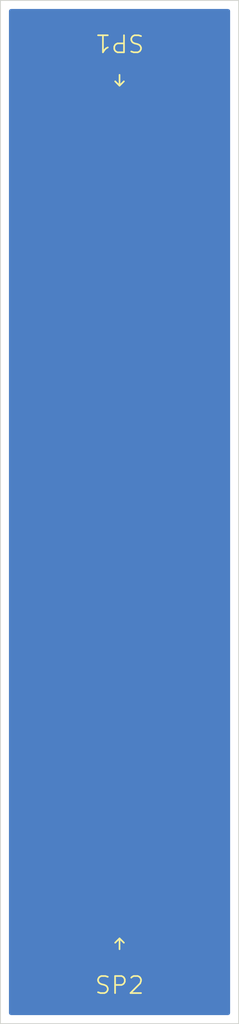
<source format=kicad_pcb>
(kicad_pcb (version 20240108) (generator "pcbnew") (generator_version "8.0")
  (layers (0 "F.Cu" signal) (31 "B.Cu" signal) (34 "B.Paste" user) (35 "F.Paste" user) (36 "B.SilkS" user "B.Silkscreen") (37 "F.SilkS" user "F.Silkscreen") (38 "B.Mask" user) (39 "F.Mask" user) (44 "Edge.Cuts" user))
  (net 0 "")
  (footprint "SRS_sim:Simulation_Port" (layer "F.Cu") (at 150 60 180)
    (property "Reference" "SP1" (at 0 2.5 180) (layer "F.SilkS") (effects (font (thickness 0.1))))
    (property "Value" "Simulation_Port" (hide yes))
    (fp_line (start 0 0) (end 0.254 0.254) (stroke (width 0.1)) (layer "F.SilkS"))
    (fp_line (start 0 0) (end 0 0.635) (stroke (width 0.1)) (layer "F.SilkS"))
    (fp_line (start 0 0) (end -0.254 0.254) (stroke (width 0.1)) (layer "F.SilkS"))
  )
  (footprint "SRS_sim:Simulation_Port" (layer "F.Cu") (at 150 110)
    (property "Reference" "SP2" (at 0 2.75 0) (layer "F.SilkS") (effects (font (thickness 0.1))))
    (property "Value" "Simulation_Port" (hide yes))
    (fp_line (start 0 0) (end -0.254 0.254) (stroke (width 0.1)) (layer "F.SilkS"))
    (fp_line (start 0 0) (end 0 0.635) (stroke (width 0.1)) (layer "F.SilkS"))
    (fp_line (start 0 0) (end 0.254 0.254) (stroke (width 0.1)) (layer "F.SilkS"))
  )
  (gr_rect (start 149.365 60) (end 150.635 110) (fill solid) (layer "F.Cu"))
  (gr_rect (start 143 55) (end 157 115) (stroke (width 0.05)) (fill none) (layer "Edge.Cuts"))
  (zone (net 0) (net_name "") (layer "B.Cu") (connect_pads yes (clearance 0.3556)) (min_thickness 0.25) (fill yes (thermal_gap 0.5) (thermal_bridge_width 0.5))
    (polygon (pts (xy 143 115) (xy 157 115) (xy 157 55) (xy 143 55)))
  )
)
</source>
